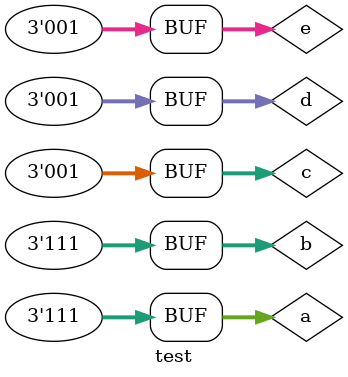
<source format=v>
`timescale 1ns / 1ps
module test();
reg [2:0] a,b,c,d,e;
wire [3:0] f;
initial
begin
    a = -1;
    b = -1;
    c = 1;
    d = 1;
    e = 1;
end
main func(.a(a), .b(b), .c(c), .d(d), .e(e), .f(f));
endmodule

</source>
